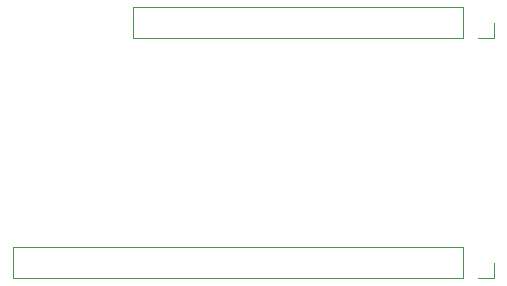
<source format=gbo>
G04 #@! TF.GenerationSoftware,KiCad,Pcbnew,(5.1.5)-3*
G04 #@! TF.CreationDate,2020-04-05T19:30:44-04:00*
G04 #@! TF.ProjectId,STM8Feather,53544d38-4665-4617-9468-65722e6b6963,rev?*
G04 #@! TF.SameCoordinates,Original*
G04 #@! TF.FileFunction,Legend,Bot*
G04 #@! TF.FilePolarity,Positive*
%FSLAX46Y46*%
G04 Gerber Fmt 4.6, Leading zero omitted, Abs format (unit mm)*
G04 Created by KiCad (PCBNEW (5.1.5)-3) date 2020-04-05 19:30:44*
%MOMM*%
%LPD*%
G04 APERTURE LIST*
%ADD10C,0.120000*%
%ADD11C,2.802000*%
%ADD12R,1.802000X1.802000*%
%ADD13O,1.802000X1.802000*%
G04 APERTURE END LIST*
D10*
X30420000Y-48320000D02*
X30420000Y-45660000D01*
X68580000Y-48320000D02*
X30420000Y-48320000D01*
X68580000Y-45660000D02*
X30420000Y-45660000D01*
X68580000Y-48320000D02*
X68580000Y-45660000D01*
X69850000Y-48320000D02*
X71180000Y-48320000D01*
X71180000Y-48320000D02*
X71180000Y-46990000D01*
X40580000Y-28000000D02*
X40580000Y-25340000D01*
X68580000Y-28000000D02*
X40580000Y-28000000D01*
X68580000Y-25340000D02*
X40580000Y-25340000D01*
X68580000Y-28000000D02*
X68580000Y-25340000D01*
X69850000Y-28000000D02*
X71180000Y-28000000D01*
X71180000Y-28000000D02*
X71180000Y-26670000D01*
%LPC*%
D11*
X73660000Y-27940000D03*
X73660000Y-45720000D03*
X27940000Y-45720000D03*
X27940000Y-27940000D03*
D12*
X69850000Y-46990000D03*
D13*
X67310000Y-46990000D03*
X64770000Y-46990000D03*
X62230000Y-46990000D03*
X59690000Y-46990000D03*
X57150000Y-46990000D03*
X54610000Y-46990000D03*
X52070000Y-46990000D03*
X49530000Y-46990000D03*
X46990000Y-46990000D03*
X44450000Y-46990000D03*
X41910000Y-46990000D03*
X39370000Y-46990000D03*
X36830000Y-46990000D03*
X34290000Y-46990000D03*
X31750000Y-46990000D03*
D12*
X69850000Y-26670000D03*
D13*
X67310000Y-26670000D03*
X64770000Y-26670000D03*
X62230000Y-26670000D03*
X59690000Y-26670000D03*
X57150000Y-26670000D03*
X54610000Y-26670000D03*
X52070000Y-26670000D03*
X49530000Y-26670000D03*
X46990000Y-26670000D03*
X44450000Y-26670000D03*
X41910000Y-26670000D03*
D12*
X73660000Y-40640000D03*
D13*
X73660000Y-38100000D03*
X73660000Y-35560000D03*
X73660000Y-33020000D03*
M02*

</source>
